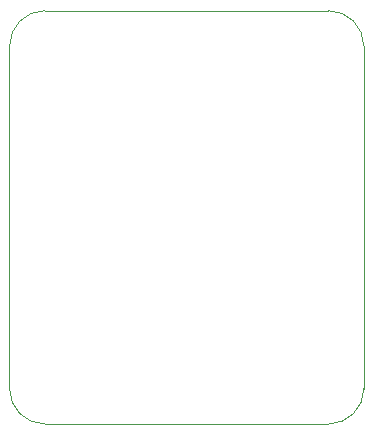
<source format=gbr>
%TF.GenerationSoftware,KiCad,Pcbnew,7.0.7*%
%TF.CreationDate,2024-02-22T12:36:17+00:00*%
%TF.ProjectId,solenoidInterface_rev0,736f6c65-6e6f-4696-9449-6e7465726661,rev?*%
%TF.SameCoordinates,Original*%
%TF.FileFunction,Profile,NP*%
%FSLAX46Y46*%
G04 Gerber Fmt 4.6, Leading zero omitted, Abs format (unit mm)*
G04 Created by KiCad (PCBNEW 7.0.7) date 2024-02-22 12:36:17*
%MOMM*%
%LPD*%
G01*
G04 APERTURE LIST*
%TA.AperFunction,Profile*%
%ADD10C,0.100000*%
%TD*%
G04 APERTURE END LIST*
D10*
X0Y-32000000D02*
X0Y-3000000D01*
X30000000Y-3000000D02*
G75*
G03*
X27000000Y0I-3000000J0D01*
G01*
X3000000Y0D02*
X27000000Y0D01*
X3000000Y0D02*
G75*
G03*
X0Y-3000000I0J-3000000D01*
G01*
X27000000Y-35000000D02*
X3000000Y-35000000D01*
X27000000Y-35000000D02*
G75*
G03*
X30000000Y-32000000I0J3000000D01*
G01*
X30000000Y-3000000D02*
X30000000Y-32000000D01*
X0Y-32000000D02*
G75*
G03*
X3000000Y-35000000I3000000J0D01*
G01*
M02*

</source>
